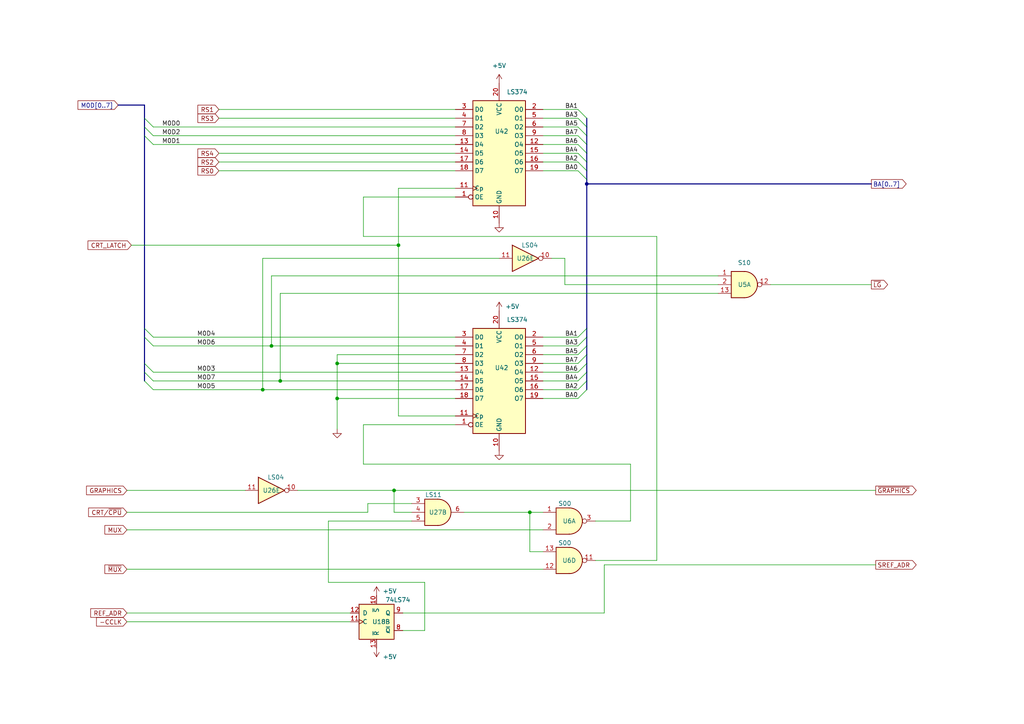
<source format=kicad_sch>
(kicad_sch (version 20230121) (generator eeschema)
  (paper "A4")
  (lib_symbols
    (symbol "74xx:74LS00" (pin_names (offset 1.016))
      (property "Reference" "U" (at 0 1.27 0))
      (property "Value" "74LS00" (at 0 -1.27 0))
      (symbol "74LS00_1_1"
        (arc (start 0 -3.81) (mid 3.7934 0) (end 0 3.81) (stroke (width 0.254)) (fill (type background)))
        (polyline (pts (xy 0 3.81) (xy -3.81 3.81) (xy -3.81 -3.81) (xy 0 -3.81)) (stroke (width 0.254)) (fill (type background)))
        (pin input line (at -7.62 2.54 0) (length 3.81) (name "~") (number "1"))
        (pin input line (at -7.62 -2.54 0) (length 3.81) (name "~") (number "2"))
        (pin output inverted (at 7.62 0 180) (length 3.81) (name "~") (number "3"))
      )
      (symbol "74LS00_1_2"
        (arc (start -3.81 -3.81) (mid -2.589 0) (end -3.81 3.81) (stroke (width 0.254)))
        (arc (start -0.6096 -3.81) (mid 2.1842 -2.5851) (end 3.81 0) (stroke (width 0.254)) (fill (type background)))
        (polyline (pts (xy -3.81 -3.81) (xy -0.635 -3.81)) (stroke (width 0.254)) (fill (type background)))
        (polyline (pts (xy -3.81 3.81) (xy -0.635 3.81)) (stroke (width 0.254)) (fill (type background)))
        (polyline (pts (xy -0.635 3.81) (xy -3.81 3.81) (xy -3.81 3.81) (xy -3.556 3.4036) (xy -3.0226 2.2606) (xy -2.6924 1.0414) (xy -2.6162 -0.254) (xy -2.7686 -1.4986) (xy -3.175 -2.7178) (xy -3.81 -3.81) (xy -3.81 -3.81) (xy -0.635 -3.81)) (stroke (width -25.4)) (fill (type background)))
        (arc (start 3.81 0) (mid 2.1915 2.5936) (end -0.6096 3.81) (stroke (width 0.254)) (fill (type background)))
        (pin input inverted (at -7.62 2.54 0) (length 4.318) (name "~") (number "1"))
        (pin input inverted (at -7.62 -2.54 0) (length 4.318) (name "~") (number "2"))
        (pin output line (at 7.62 0 180) (length 3.81) (name "~") (number "3"))
      )
      (symbol "74LS00_2_1"
        (arc (start 0 -3.81) (mid 3.7934 0) (end 0 3.81) (stroke (width 0.254)) (fill (type background)))
        (polyline (pts (xy 0 3.81) (xy -3.81 3.81) (xy -3.81 -3.81) (xy 0 -3.81)) (stroke (width 0.254)) (fill (type background)))
        (pin input line (at -7.62 2.54 0) (length 3.81) (name "~") (number "4"))
        (pin input line (at -7.62 -2.54 0) (length 3.81) (name "~") (number "5"))
        (pin output inverted (at 7.62 0 180) (length 3.81) (name "~") (number "6"))
      )
      (symbol "74LS00_2_2"
        (arc (start -3.81 -3.81) (mid -2.589 0) (end -3.81 3.81) (stroke (width 0.254)))
        (arc (start -0.6096 -3.81) (mid 2.1842 -2.5851) (end 3.81 0) (stroke (width 0.254)) (fill (type background)))
        (polyline (pts (xy -3.81 -3.81) (xy -0.635 -3.81)) (stroke (width 0.254)) (fill (type background)))
        (polyline (pts (xy -3.81 3.81) (xy -0.635 3.81)) (stroke (width 0.254)) (fill (type background)))
        (polyline (pts (xy -0.635 3.81) (xy -3.81 3.81) (xy -3.81 3.81) (xy -3.556 3.4036) (xy -3.0226 2.2606) (xy -2.6924 1.0414) (xy -2.6162 -0.254) (xy -2.7686 -1.4986) (xy -3.175 -2.7178) (xy -3.81 -3.81) (xy -3.81 -3.81) (xy -0.635 -3.81)) (stroke (width -25.4)) (fill (type background)))
        (arc (start 3.81 0) (mid 2.1915 2.5936) (end -0.6096 3.81) (stroke (width 0.254)) (fill (type background)))
        (pin input inverted (at -7.62 2.54 0) (length 4.318) (name "~") (number "4"))
        (pin input inverted (at -7.62 -2.54 0) (length 4.318) (name "~") (number "5"))
        (pin output line (at 7.62 0 180) (length 3.81) (name "~") (number "6"))
      )
      (symbol "74LS00_3_1"
        (arc (start 0 -3.81) (mid 3.7934 0) (end 0 3.81) (stroke (width 0.254)) (fill (type background)))
        (polyline (pts (xy 0 3.81) (xy -3.81 3.81) (xy -3.81 -3.81) (xy 0 -3.81)) (stroke (width 0.254)) (fill (type background)))
        (pin input line (at -7.62 -2.54 0) (length 3.81) (name "~") (number "10"))
        (pin output inverted (at 7.62 0 180) (length 3.81) (name "~") (number "8"))
        (pin input line (at -7.62 2.54 0) (length 3.81) (name "~") (number "9"))
      )
      (symbol "74LS00_3_2"
        (arc (start -3.81 -3.81) (mid -2.589 0) (end -3.81 3.81) (stroke (width 0.254)))
        (arc (start -0.6096 -3.81) (mid 2.1842 -2.5851) (end 3.81 0) (stroke (width 0.254)) (fill (type background)))
        (polyline (pts (xy -3.81 -3.81) (xy -0.635 -3.81)) (stroke (width 0.254)) (fill (type background)))
        (polyline (pts (xy -3.81 3.81) (xy -0.635 3.81)) (stroke (width 0.254)) (fill (type background)))
        (polyline (pts (xy -0.635 3.81) (xy -3.81 3.81) (xy -3.81 3.81) (xy -3.556 3.4036) (xy -3.0226 2.2606) (xy -2.6924 1.0414) (xy -2.6162 -0.254) (xy -2.7686 -1.4986) (xy -3.175 -2.7178) (xy -3.81 -3.81) (xy -3.81 -3.81) (xy -0.635 -3.81)) (stroke (width -25.4)) (fill (type background)))
        (arc (start 3.81 0) (mid 2.1915 2.5936) (end -0.6096 3.81) (stroke (width 0.254)) (fill (type background)))
        (pin input inverted (at -7.62 -2.54 0) (length 4.318) (name "~") (number "10"))
        (pin output line (at 7.62 0 180) (length 3.81) (name "~") (number "8"))
        (pin input inverted (at -7.62 2.54 0) (length 4.318) (name "~") (number "9"))
      )
      (symbol "74LS00_4_1"
        (arc (start 0 -3.81) (mid 3.7934 0) (end 0 3.81) (stroke (width 0.254)) (fill (type background)))
        (polyline (pts (xy 0 3.81) (xy -3.81 3.81) (xy -3.81 -3.81) (xy 0 -3.81)) (stroke (width 0.254)) (fill (type background)))
        (pin output inverted (at 7.62 0 180) (length 3.81) (name "~") (number "11"))
        (pin input line (at -7.62 2.54 0) (length 3.81) (name "~") (number "12"))
        (pin input line (at -7.62 -2.54 0) (length 3.81) (name "~") (number "13"))
      )
      (symbol "74LS00_4_2"
        (arc (start -3.81 -3.81) (mid -2.589 0) (end -3.81 3.81) (stroke (width 0.254)))
        (arc (start -0.6096 -3.81) (mid 2.1842 -2.5851) (end 3.81 0) (stroke (width 0.254)) (fill (type background)))
        (polyline (pts (xy -3.81 -3.81) (xy -0.635 -3.81)) (stroke (width 0.254)) (fill (type background)))
        (polyline (pts (xy -3.81 3.81) (xy -0.635 3.81)) (stroke (width 0.254)) (fill (type background)))
        (polyline (pts (xy -0.635 3.81) (xy -3.81 3.81) (xy -3.81 3.81) (xy -3.556 3.4036) (xy -3.0226 2.2606) (xy -2.6924 1.0414) (xy -2.6162 -0.254) (xy -2.7686 -1.4986) (xy -3.175 -2.7178) (xy -3.81 -3.81) (xy -3.81 -3.81) (xy -0.635 -3.81)) (stroke (width -25.4)) (fill (type background)))
        (arc (start 3.81 0) (mid 2.1915 2.5936) (end -0.6096 3.81) (stroke (width 0.254)) (fill (type background)))
        (pin output line (at 7.62 0 180) (length 3.81) (name "~") (number "11"))
        (pin input inverted (at -7.62 2.54 0) (length 4.318) (name "~") (number "12"))
        (pin input inverted (at -7.62 -2.54 0) (length 4.318) (name "~") (number "13"))
      )
      (symbol "74LS00_5_0"
        (pin power_in line (at 0 12.7 270) (length 5.08) (name "VCC") (number "14"))
        (pin power_in line (at 0 -12.7 90) (length 5.08) (name "GND") (number "7"))
      )
      (symbol "74LS00_5_1"
        (rectangle (start -5.08 7.62) (end 5.08 -7.62) (stroke (width 0.254)) (fill (type background)))
      )
    )
    (symbol "74xx:74LS04"
      (property "Reference" "U" (at 0 1.27 0))
      (property "Value" "74LS04" (at 0 -1.27 0))
      (symbol "74LS04_1_0"
        (polyline (pts (xy -3.81 3.81) (xy -3.81 -3.81) (xy 3.81 0) (xy -3.81 3.81)) (stroke (width 0.254)) (fill (type background)))
        (pin input line (at -7.62 0 0) (length 3.81) (name "~") (number "1"))
        (pin output inverted (at 7.62 0 180) (length 3.81) (name "~") (number "2"))
      )
      (symbol "74LS04_2_0"
        (polyline (pts (xy -3.81 3.81) (xy -3.81 -3.81) (xy 3.81 0) (xy -3.81 3.81)) (stroke (width 0.254)) (fill (type background)))
        (pin input line (at -7.62 0 0) (length 3.81) (name "~") (number "3"))
        (pin output inverted (at 7.62 0 180) (length 3.81) (name "~") (number "4"))
      )
      (symbol "74LS04_3_0"
        (polyline (pts (xy -3.81 3.81) (xy -3.81 -3.81) (xy 3.81 0) (xy -3.81 3.81)) (stroke (width 0.254)) (fill (type background)))
        (pin input line (at -7.62 0 0) (length 3.81) (name "~") (number "5"))
        (pin output inverted (at 7.62 0 180) (length 3.81) (name "~") (number "6"))
      )
      (symbol "74LS04_4_0"
        (polyline (pts (xy -3.81 3.81) (xy -3.81 -3.81) (xy 3.81 0) (xy -3.81 3.81)) (stroke (width 0.254)) (fill (type background)))
        (pin output inverted (at 7.62 0 180) (length 3.81) (name "~") (number "8"))
        (pin input line (at -7.62 0 0) (length 3.81) (name "~") (number "9"))
      )
      (symbol "74LS04_5_0"
        (polyline (pts (xy -3.81 3.81) (xy -3.81 -3.81) (xy 3.81 0) (xy -3.81 3.81)) (stroke (width 0.254)) (fill (type background)))
        (pin output inverted (at 7.62 0 180) (length 3.81) (name "~") (number "10"))
        (pin input line (at -7.62 0 0) (length 3.81) (name "~") (number "11"))
      )
      (symbol "74LS04_6_0"
        (polyline (pts (xy -3.81 3.81) (xy -3.81 -3.81) (xy 3.81 0) (xy -3.81 3.81)) (stroke (width 0.254)) (fill (type background)))
        (pin output inverted (at 7.62 0 180) (length 3.81) (name "~") (number "12"))
        (pin input line (at -7.62 0 0) (length 3.81) (name "~") (number "13"))
      )
      (symbol "74LS04_7_0"
        (pin power_in line (at 0 12.7 270) (length 5.08) (name "VCC") (number "14"))
        (pin power_in line (at 0 -12.7 90) (length 5.08) (name "GND") (number "7"))
      )
      (symbol "74LS04_7_1"
        (rectangle (start -5.08 7.62) (end 5.08 -7.62) (stroke (width 0.254)) (fill (type background)))
      )
    )
    (symbol "74xx:74LS10" (pin_names (offset 1.016))
      (property "Reference" "U" (at 0 1.27 0))
      (property "Value" "74LS10" (at 0 -1.27 0))
      (symbol "74LS10_1_1"
        (arc (start 0 -3.81) (mid 3.7934 0) (end 0 3.81) (stroke (width 0.254)) (fill (type background)))
        (polyline (pts (xy 0 3.81) (xy -3.81 3.81) (xy -3.81 -3.81) (xy 0 -3.81)) (stroke (width 0.254)) (fill (type background)))
        (pin input line (at -7.62 2.54 0) (length 3.81) (name "~") (number "1"))
        (pin output inverted (at 7.62 0 180) (length 3.81) (name "~") (number "12"))
        (pin input line (at -7.62 -2.54 0) (length 3.81) (name "~") (number "13"))
        (pin input line (at -7.62 0 0) (length 3.81) (name "~") (number "2"))
      )
      (symbol "74LS10_1_2"
        (arc (start -3.81 -3.81) (mid -2.589 0) (end -3.81 3.81) (stroke (width 0.254)))
        (arc (start -0.6096 -3.81) (mid 2.1842 -2.5851) (end 3.81 0) (stroke (width 0.254)) (fill (type background)))
        (polyline (pts (xy -3.81 -3.81) (xy -0.635 -3.81)) (stroke (width 0.254)) (fill (type background)))
        (polyline (pts (xy -3.81 3.81) (xy -0.635 3.81)) (stroke (width 0.254)) (fill (type background)))
        (polyline (pts (xy -0.635 3.81) (xy -3.81 3.81) (xy -3.81 3.81) (xy -3.556 3.4036) (xy -3.0226 2.2606) (xy -2.6924 1.0414) (xy -2.6162 -0.254) (xy -2.7686 -1.4986) (xy -3.175 -2.7178) (xy -3.81 -3.81) (xy -3.81 -3.81) (xy -0.635 -3.81)) (stroke (width -25.4)) (fill (type background)))
        (arc (start 3.81 0) (mid 2.1915 2.5936) (end -0.6096 3.81) (stroke (width 0.254)) (fill (type background)))
        (pin input inverted (at -7.62 2.54 0) (length 4.318) (name "~") (number "1"))
        (pin output line (at 7.62 0 180) (length 3.81) (name "~") (number "12"))
        (pin input inverted (at -7.62 -2.54 0) (length 4.318) (name "~") (number "13"))
        (pin input inverted (at -7.62 0 0) (length 4.953) (name "~") (number "2"))
      )
      (symbol "74LS10_2_1"
        (arc (start 0 -3.81) (mid 3.7934 0) (end 0 3.81) (stroke (width 0.254)) (fill (type background)))
        (polyline (pts (xy 0 3.81) (xy -3.81 3.81) (xy -3.81 -3.81) (xy 0 -3.81)) (stroke (width 0.254)) (fill (type background)))
        (pin input line (at -7.62 2.54 0) (length 3.81) (name "~") (number "3"))
        (pin input line (at -7.62 0 0) (length 3.81) (name "~") (number "4"))
        (pin input line (at -7.62 -2.54 0) (length 3.81) (name "~") (number "5"))
        (pin output inverted (at 7.62 0 180) (length 3.81) (name "~") (number "6"))
      )
      (symbol "74LS10_2_2"
        (arc (start -3.81 -3.81) (mid -2.589 0) (end -3.81 3.81) (stroke (width 0.254)))
        (arc (start -0.6096 -3.81) (mid 2.1842 -2.5851) (end 3.81 0) (stroke (width 0.254)) (fill (type background)))
        (polyline (pts (xy -3.81 -3.81) (xy -0.635 -3.81)) (stroke (width 0.254)) (fill (type background)))
        (polyline (pts (xy -3.81 3.81) (xy -0.635 3.81)) (stroke (width 0.254)) (fill (type background)))
        (polyline (pts (xy -0.635 3.81) (xy -3.81 3.81) (xy -3.81 3.81) (xy -3.556 3.4036) (xy -3.0226 2.2606) (xy -2.6924 1.0414) (xy -2.6162 -0.254) (xy -2.7686 -1.4986) (xy -3.175 -2.7178) (xy -3.81 -3.81) (xy -3.81 -3.81) (xy -0.635 -3.81)) (stroke (width -25.4)) (fill (type background)))
        (arc (start 3.81 0) (mid 2.1915 2.5936) (end -0.6096 3.81) (stroke (width 0.254)) (fill (type background)))
        (pin input inverted (at -7.62 2.54 0) (length 4.318) (name "~") (number "3"))
        (pin input inverted (at -7.62 0 0) (length 4.953) (name "~") (number "4"))
        (pin input inverted (at -7.62 -2.54 0) (length 4.318) (name "~") (number "5"))
        (pin output line (at 7.62 0 180) (length 3.81) (name "~") (number "6"))
      )
      (symbol "74LS10_3_1"
        (arc (start 0 -3.81) (mid 3.7934 0) (end 0 3.81) (stroke (width 0.254)) (fill (type background)))
        (polyline (pts (xy 0 3.81) (xy -3.81 3.81) (xy -3.81 -3.81) (xy 0 -3.81)) (stroke (width 0.254)) (fill (type background)))
        (pin input line (at -7.62 0 0) (length 3.81) (name "~") (number "10"))
        (pin input line (at -7.62 -2.54 0) (length 3.81) (name "~") (number "11"))
        (pin output inverted (at 7.62 0 180) (length 3.81) (name "~") (number "8"))
        (pin input line (at -7.62 2.54 0) (length 3.81) (name "~") (number "9"))
      )
      (symbol "74LS10_3_2"
        (arc (start -3.81 -3.81) (mid -2.589 0) (end -3.81 3.81) (stroke (width 0.254)))
        (arc (start -0.6096 -3.81) (mid 2.1842 -2.5851) (end 3.81 0) (stroke (width 0.254)) (fill (type background)))
        (polyline (pts (xy -3.81 -3.81) (xy -0.635 -3.81)) (stroke (width 0.254)) (fill (type background)))
        (polyline (pts (xy -3.81 3.81) (xy -0.635 3.81)) (stroke (width 0.254)) (fill (type background)))
        (polyline (pts (xy -0.635 3.81) (xy -3.81 3.81) (xy -3.81 3.81) (xy -3.556 3.4036) (xy -3.0226 2.2606) (xy -2.6924 1.0414) (xy -2.6162 -0.254) (xy -2.7686 -1.4986) (xy -3.175 -2.7178) (xy -3.81 -3.81) (xy -3.81 -3.81) (xy -0.635 -3.81)) (stroke (width -25.4)) (fill (type background)))
        (arc (start 3.81 0) (mid 2.1915 2.5936) (end -0.6096 3.81) (stroke (width 0.254)) (fill (type background)))
        (pin input inverted (at -7.62 0 0) (length 4.953) (name "~") (number "10"))
        (pin input inverted (at -7.62 -2.54 0) (length 4.318) (name "~") (number "11"))
        (pin output line (at 7.62 0 180) (length 3.81) (name "~") (number "8"))
        (pin input inverted (at -7.62 2.54 0) (length 4.318) (name "~") (number "9"))
      )
      (symbol "74LS10_4_0"
        (pin power_in line (at 0 12.7 270) (length 5.08) (name "VCC") (number "14"))
        (pin power_in line (at 0 -12.7 90) (length 5.08) (name "GND") (number "7"))
      )
      (symbol "74LS10_4_1"
        (rectangle (start -5.08 7.62) (end 5.08 -7.62) (stroke (width 0.254)) (fill (type background)))
      )
    )
    (symbol "74xx:74LS11" (pin_names (offset 1.016))
      (property "Reference" "U" (at 0 1.27 0))
      (property "Value" "74LS11" (at 0 -1.27 0))
      (symbol "74LS11_1_1"
        (arc (start 0 -3.81) (mid 3.7934 0) (end 0 3.81) (stroke (width 0.254)) (fill (type background)))
        (polyline (pts (xy 0 3.81) (xy -3.81 3.81) (xy -3.81 -3.81) (xy 0 -3.81)) (stroke (width 0.254)) (fill (type background)))
        (pin input line (at -7.62 2.54 0) (length 3.81) (name "~") (number "1"))
        (pin output line (at 7.62 0 180) (length 3.81) (name "~") (number "12"))
        (pin input line (at -7.62 -2.54 0) (length 3.81) (name "~") (number "13"))
        (pin input line (at -7.62 0 0) (length 3.81) (name "~") (number "2"))
      )
      (symbol "74LS11_1_2"
        (arc (start -3.81 -3.81) (mid -2.589 0) (end -3.81 3.81) (stroke (width 0.254)))
        (arc (start -0.6096 -3.81) (mid 2.1842 -2.5851) (end 3.81 0) (stroke (width 0.254)) (fill (type background)))
        (polyline (pts (xy -3.81 -3.81) (xy -0.635 -3.81)) (stroke (width 0.254)) (fill (type background)))
        (polyline (pts (xy -3.81 3.81) (xy -0.635 3.81)) (stroke (width 0.254)) (fill (type background)))
        (polyline (pts (xy -0.635 3.81) (xy -3.81 3.81) (xy -3.81 3.81) (xy -3.556 3.4036) (xy -3.0226 2.2606) (xy -2.6924 1.0414) (xy -2.6162 -0.254) (xy -2.7686 -1.4986) (xy -3.175 -2.7178) (xy -3.81 -3.81) (xy -3.81 -3.81) (xy -0.635 -3.81)) (stroke (width -25.4)) (fill (type background)))
        (arc (start 3.81 0) (mid 2.1915 2.5936) (end -0.6096 3.81) (stroke (width 0.254)) (fill (type background)))
        (pin input inverted (at -7.62 2.54 0) (length 4.318) (name "~") (number "1"))
        (pin output inverted (at 7.62 0 180) (length 3.81) (name "~") (number "12"))
        (pin input inverted (at -7.62 -2.54 0) (length 4.318) (name "~") (number "13"))
        (pin input inverted (at -7.62 0 0) (length 4.953) (name "~") (number "2"))
      )
      (symbol "74LS11_2_1"
        (arc (start 0 -3.81) (mid 3.7934 0) (end 0 3.81) (stroke (width 0.254)) (fill (type background)))
        (polyline (pts (xy 0 3.81) (xy -3.81 3.81) (xy -3.81 -3.81) (xy 0 -3.81)) (stroke (width 0.254)) (fill (type background)))
        (pin input line (at -7.62 2.54 0) (length 3.81) (name "~") (number "3"))
        (pin input line (at -7.62 0 0) (length 3.81) (name "~") (number "4"))
        (pin input line (at -7.62 -2.54 0) (length 3.81) (name "~") (number "5"))
        (pin output line (at 7.62 0 180) (length 3.81) (name "~") (number "6"))
      )
      (symbol "74LS11_2_2"
        (arc (start -3.81 -3.81) (mid -2.589 0) (end -3.81 3.81) (stroke (width 0.254)))
        (arc (start -0.6096 -3.81) (mid 2.1842 -2.5851) (end 3.81 0) (stroke (width 0.254)) (fill (type background)))
        (polyline (pts (xy -3.81 -3.81) (xy -0.635 -3.81)) (stroke (width 0.254)) (fill (type background)))
        (polyline (pts (xy -3.81 3.81) (xy -0.635 3.81)) (stroke (width 0.254)) (fill (type background)))
        (polyline (pts (xy -0.635 3.81) (xy -3.81 3.81) (xy -3.81 3.81) (xy -3.556 3.4036) (xy -3.0226 2.2606) (xy -2.6924 1.0414) (xy -2.6162 -0.254) (xy -2.7686 -1.4986) (xy -3.175 -2.7178) (xy -3.81 -3.81) (xy -3.81 -3.81) (xy -0.635 -3.81)) (stroke (width -25.4)) (fill (type background)))
        (arc (start 3.81 0) (mid 2.1915 2.5936) (end -0.6096 3.81) (stroke (width 0.254)) (fill (type background)))
        (pin input inverted (at -7.62 2.54 0) (length 4.318) (name "~") (number "3"))
        (pin input inverted (at -7.62 0 0) (length 4.953) (name "~") (number "4"))
        (pin input inverted (at -7.62 -2.54 0) (length 4.318) (name "~") (number "5"))
        (pin output inverted (at 7.62 0 180) (length 3.81) (name "~") (number "6"))
      )
      (symbol "74LS11_3_1"
        (arc (start 0 -3.81) (mid 3.7934 0) (end 0 3.81) (stroke (width 0.254)) (fill (type background)))
        (polyline (pts (xy 0 3.81) (xy -3.81 3.81) (xy -3.81 -3.81) (xy 0 -3.81)) (stroke (width 0.254)) (fill (type background)))
        (pin input line (at -7.62 0 0) (length 3.81) (name "~") (number "10"))
        (pin input line (at -7.62 -2.54 0) (length 3.81) (name "~") (number "11"))
        (pin output line (at 7.62 0 180) (length 3.81) (name "~") (number "8"))
        (pin input line (at -7.62 2.54 0) (length 3.81) (name "~") (number "9"))
      )
      (symbol "74LS11_3_2"
        (arc (start -3.81 -3.81) (mid -2.589 0) (end -3.81 3.81) (stroke (width 0.254)))
        (arc (start -0.6096 -3.81) (mid 2.1842 -2.5851) (end 3.81 0) (stroke (width 0.254)) (fill (type background)))
        (polyline (pts (xy -3.81 -3.81) (xy -0.635 -3.81)) (stroke (width 0.254)) (fill (type background)))
        (polyline (pts (xy -3.81 3.81) (xy -0.635 3.81)) (stroke (width 0.254)) (fill (type background)))
        (polyline (pts (xy -0.635 3.81) (xy -3.81 3.81) (xy -3.81 3.81) (xy -3.556 3.4036) (xy -3.0226 2.2606) (xy -2.6924 1.0414) (xy -2.6162 -0.254) (xy -2.7686 -1.4986) (xy -3.175 -2.7178) (xy -3.81 -3.81) (xy -3.81 -3.81) (xy -0.635 -3.81)) (stroke (width -25.4)) (fill (type background)))
        (arc (start 3.81 0) (mid 2.1915 2.5936) (end -0.6096 3.81) (stroke (width 0.254)) (fill (type background)))
        (pin input inverted (at -7.62 0 0) (length 4.953) (name "~") (number "10"))
        (pin input inverted (at -7.62 -2.54 0) (length 4.318) (name "~") (number "11"))
        (pin output inverted (at 7.62 0 180) (length 3.81) (name "~") (number "8"))
        (pin input inverted (at -7.62 2.54 0) (length 4.318) (name "~") (number "9"))
      )
      (symbol "74LS11_4_0"
        (pin power_in line (at 0 12.7 270) (length 5.08) (name "VCC") (number "14"))
        (pin power_in line (at 0 -12.7 90) (length 5.08) (name "GND") (number "7"))
      )
      (symbol "74LS11_4_1"
        (rectangle (start -5.08 7.62) (end 5.08 -7.62) (stroke (width 0.254)) (fill (type background)))
      )
    )
    (symbol "74xx:74LS374"
      (property "Reference" "U" (at -7.62 16.51 0))
      (property "Value" "74LS374" (at -7.62 -16.51 0))
      (symbol "74LS374_1_0"
        (pin input inverted (at -12.7 -12.7 0) (length 5.08) (name "OE") (number "1"))
        (pin power_in line (at 0 -20.32 90) (length 5.08) (name "GND") (number "10"))
        (pin input clock (at -12.7 -10.16 0) (length 5.08) (name "Cp") (number "11"))
        (pin tri_state line (at 12.7 2.54 180) (length 5.08) (name "O4") (number "12"))
        (pin input line (at -12.7 2.54 0) (length 5.08) (name "D4") (number "13"))
        (pin input line (at -12.7 0 0) (length 5.08) (name "D5") (number "14"))
        (pin tri_state line (at 12.7 0 180) (length 5.08) (name "O5") (number "15"))
        (pin tri_state line (at 12.7 -2.54 180) (length 5.08) (name "O6") (number "16"))
        (pin input line (at -12.7 -2.54 0) (length 5.08) (name "D6") (number "17"))
        (pin input line (at -12.7 -5.08 0) (length 5.08) (name "D7") (number "18"))
        (pin tri_state line (at 12.7 -5.08 180) (length 5.08) (name "O7") (number "19"))
        (pin tri_state line (at 12.7 12.7 180) (length 5.08) (name "O0") (number "2"))
        (pin power_in line (at 0 20.32 270) (length 5.08) (name "VCC") (number "20"))
        (pin input line (at -12.7 12.7 0) (length 5.08) (name "D0") (number "3"))
        (pin input line (at -12.7 10.16 0) (length 5.08) (name "D1") (number "4"))
        (pin tri_state line (at 12.7 10.16 180) (length 5.08) (name "O1") (number "5"))
        (pin tri_state line (at 12.7 7.62 180) (length 5.08) (name "O2") (number "6"))
        (pin input line (at -12.7 7.62 0) (length 5.08) (name "D2") (number "7"))
        (pin input line (at -12.7 5.08 0) (length 5.08) (name "D3") (number "8"))
        (pin tri_state line (at 12.7 5.08 180) (length 5.08) (name "O3") (number "9"))
      )
      (symbol "74LS374_1_1"
        (rectangle (start -7.62 15.24) (end 7.62 -15.24) (stroke (width 0.254)) (fill (type background)))
      )
    )
    (symbol "74xx:74LS74" (pin_names (offset 1.016))
      (property "Reference" "U" (at -7.62 8.89 0))
      (property "Value" "74LS74" (at -7.62 -8.89 0))
      (symbol "74LS74_1_0"
        (pin input line (at 0 -7.62 90) (length 2.54) (name "~{R}") (number "1"))
        (pin input line (at -7.62 2.54 0) (length 2.54) (name "D") (number "2"))
        (pin input clock (at -7.62 0 0) (length 2.54) (name "C") (number "3"))
        (pin input line (at 0 7.62 270) (length 2.54) (name "~{S}") (number "4"))
        (pin output line (at 7.62 2.54 180) (length 2.54) (name "Q") (number "5"))
        (pin output line (at 7.62 -2.54 180) (length 2.54) (name "~{Q}") (number "6"))
      )
      (symbol "74LS74_1_1"
        (rectangle (start -5.08 5.08) (end 5.08 -5.08) (stroke (width 0.254)) (fill (type background)))
      )
      (symbol "74LS74_2_0"
        (pin input line (at 0 7.62 270) (length 2.54) (name "~{S}") (number "10"))
        (pin input clock (at -7.62 0 0) (length 2.54) (name "C") (number "11"))
        (pin input line (at -7.62 2.54 0) (length 2.54) (name "D") (number "12"))
        (pin input line (at 0 -7.62 90) (length 2.54) (name "~{R}") (number "13"))
        (pin output line (at 7.62 -2.54 180) (length 2.54) (name "~{Q}") (number "8"))
        (pin output line (at 7.62 2.54 180) (length 2.54) (name "Q") (number "9"))
      )
      (symbol "74LS74_2_1"
        (rectangle (start -5.08 5.08) (end 5.08 -5.08) (stroke (width 0.254)) (fill (type background)))
      )
      (symbol "74LS74_3_0"
        (pin power_in line (at 0 10.16 270) (length 2.54) (name "VCC") (number "14"))
        (pin power_in line (at 0 -10.16 90) (length 2.54) (name "GND") (number "7"))
      )
      (symbol "74LS74_3_1"
        (rectangle (start -5.08 7.62) (end 5.08 -7.62) (stroke (width 0.254)) (fill (type background)))
      )
    )
    (symbol "power:+5V" (power) (pin_names (offset 0))
      (property "Value" "+5V" (at 0 3.556 0))
      (symbol "+5V_0_1"
        (polyline (pts (xy -0.762 1.27) (xy 0 2.54)))
        (polyline (pts (xy 0 0) (xy 0 2.54)))
        (polyline (pts (xy 0 2.54) (xy 0.762 1.27)))
      )
      (symbol "+5V_1_1"
        (pin power_in line (at 0 0 90) (length 0) hide (name "+5V") (number "1"))
      )
    )
    (symbol "power:GND" (power) (pin_names (offset 0))
      (property "Value" "GND" (at 0 -3.81 0))
      (symbol "GND_0_1"
        (polyline (pts (xy 0 0) (xy 0 -1.27) (xy 1.27 -1.27) (xy 0 -2.54) (xy -1.27 -1.27) (xy 0 -1.27)))
      )
      (symbol "GND_1_1"
        (pin power_in line (at 0 0 270) (length 0) hide (name "GND") (number "1"))
      )
    )
  )
  (junction (at 76.2 113.03))
  (junction (at 81.28 110.49))
  (junction (at 114.3 142.24))
  (junction (at 153.67 148.59))
  (junction (at 78.74 100.33))
  (junction (at 115.57 71.12))
  (junction (at 97.79 115.57))
  (junction (at 97.79 105.41))
  (junction (at 170.18 53.34))
  (bus_entry (at 41.91 107.95) (size 2.54 2.54))
  (bus_entry (at 167.64 34.29) (size 2.54 2.54))
  (bus_entry (at 167.64 46.99) (size 2.54 2.54))
  (bus_entry (at 167.64 41.91) (size 2.54 2.54))
  (bus_entry (at 167.64 113.03) (size 2.54 -2.54))
  (bus_entry (at 167.64 115.57) (size 2.54 -2.54))
  (bus_entry (at 167.64 97.79) (size 2.54 -2.54))
  (bus_entry (at 41.91 34.29) (size 2.54 2.54))
  (bus_entry (at 41.91 95.25) (size 2.54 2.54))
  (bus_entry (at 167.64 39.37) (size 2.54 2.54))
  (bus_entry (at 41.91 39.37) (size 2.54 2.54))
  (bus_entry (at 167.64 100.33) (size 2.54 -2.54))
  (bus_entry (at 167.64 107.95) (size 2.54 -2.54))
  (bus_entry (at 167.64 49.53) (size 2.54 2.54))
  (bus_entry (at 41.91 105.41) (size 2.54 2.54))
  (bus_entry (at 41.91 110.49) (size 2.54 2.54))
  (bus_entry (at 41.91 36.83) (size 2.54 2.54))
  (bus_entry (at 167.64 44.45) (size 2.54 2.54))
  (bus_entry (at 167.64 110.49) (size 2.54 -2.54))
  (bus_entry (at 167.64 36.83) (size 2.54 2.54))
  (bus_entry (at 167.64 102.87) (size 2.54 -2.54))
  (bus_entry (at 41.91 97.79) (size 2.54 2.54))
  (bus_entry (at 167.64 105.41) (size 2.54 -2.54))
  (bus_entry (at 167.64 31.75) (size 2.54 2.54))
  (wire (pts (xy 163.83 74.93) (xy 163.83 82.55)))
  (bus (pts (xy 41.91 107.95) (xy 41.91 110.49)))
  (bus (pts (xy 170.18 100.33) (xy 170.18 102.87)))
  (wire (pts (xy 132.08 102.87) (xy 97.79 102.87)))
  (wire (pts (xy 105.41 57.15) (xy 105.41 68.58)))
  (wire (pts (xy 144.78 74.93) (xy 76.2 74.93)))
  (wire (pts (xy 163.83 82.55) (xy 208.28 82.55)))
  (wire (pts (xy 157.48 102.87) (xy 167.64 102.87)))
  (wire (pts (xy 157.48 160.02) (xy 153.67 160.02)))
  (wire (pts (xy 95.25 151.13) (xy 95.25 168.91)))
  (wire (pts (xy 157.48 97.79) (xy 167.64 97.79)))
  (wire (pts (xy 175.26 177.8) (xy 175.26 163.83)))
  (bus (pts (xy 170.18 107.95) (xy 170.18 110.49)))
  (wire (pts (xy 81.28 85.09) (xy 208.28 85.09)))
  (wire (pts (xy 116.84 177.8) (xy 175.26 177.8)))
  (wire (pts (xy 119.38 151.13) (xy 95.25 151.13)))
  (wire (pts (xy 44.45 39.37) (xy 132.08 39.37)))
  (wire (pts (xy 63.5 44.45) (xy 132.08 44.45)))
  (bus (pts (xy 170.18 110.49) (xy 170.18 113.03)))
  (wire (pts (xy 157.48 39.37) (xy 167.64 39.37)))
  (wire (pts (xy 86.36 142.24) (xy 114.3 142.24)))
  (wire (pts (xy 97.79 102.87) (xy 97.79 105.41)))
  (wire (pts (xy 132.08 110.49) (xy 81.28 110.49)))
  (bus (pts (xy 170.18 53.34) (xy 252.73 53.34)))
  (wire (pts (xy 223.52 82.55) (xy 252.73 82.55)))
  (wire (pts (xy 123.19 182.88) (xy 123.19 168.91)))
  (wire (pts (xy 132.08 54.61) (xy 115.57 54.61)))
  (wire (pts (xy 36.83 153.67) (xy 157.48 153.67)))
  (bus (pts (xy 170.18 102.87) (xy 170.18 105.41)))
  (bus (pts (xy 170.18 105.41) (xy 170.18 107.95)))
  (wire (pts (xy 172.72 151.13) (xy 182.88 151.13)))
  (wire (pts (xy 63.5 31.75) (xy 132.08 31.75)))
  (bus (pts (xy 41.91 97.79) (xy 41.91 105.41)))
  (bus (pts (xy 41.91 95.25) (xy 41.91 97.79)))
  (wire (pts (xy 115.57 71.12) (xy 115.57 120.65)))
  (wire (pts (xy 36.83 165.1) (xy 157.48 165.1)))
  (bus (pts (xy 41.91 34.29) (xy 41.91 36.83)))
  (wire (pts (xy 115.57 71.12) (xy 38.1 71.12)))
  (wire (pts (xy 114.3 148.59) (xy 114.3 142.24)))
  (wire (pts (xy 115.57 54.61) (xy 115.57 71.12)))
  (wire (pts (xy 134.62 148.59) (xy 153.67 148.59)))
  (wire (pts (xy 63.5 49.53) (xy 132.08 49.53)))
  (wire (pts (xy 119.38 148.59) (xy 114.3 148.59)))
  (bus (pts (xy 41.91 36.83) (xy 41.91 39.37)))
  (wire (pts (xy 116.84 182.88) (xy 123.19 182.88)))
  (wire (pts (xy 78.74 100.33) (xy 78.74 80.01)))
  (wire (pts (xy 132.08 123.19) (xy 105.41 123.19)))
  (wire (pts (xy 36.83 177.8) (xy 101.6 177.8)))
  (wire (pts (xy 81.28 110.49) (xy 81.28 85.09)))
  (bus (pts (xy 170.18 53.34) (xy 170.18 95.25)))
  (wire (pts (xy 76.2 113.03) (xy 132.08 113.03)))
  (bus (pts (xy 170.18 95.25) (xy 170.18 97.79)))
  (wire (pts (xy 157.48 46.99) (xy 167.64 46.99)))
  (wire (pts (xy 160.02 74.93) (xy 163.83 74.93)))
  (wire (pts (xy 97.79 105.41) (xy 97.79 115.57)))
  (wire (pts (xy 157.48 34.29) (xy 167.64 34.29)))
  (wire (pts (xy 106.68 146.05) (xy 106.68 148.59)))
  (wire (pts (xy 63.5 46.99) (xy 132.08 46.99)))
  (wire (pts (xy 119.38 146.05) (xy 106.68 146.05)))
  (wire (pts (xy 44.45 107.95) (xy 132.08 107.95)))
  (wire (pts (xy 182.88 134.62) (xy 182.88 151.13)))
  (wire (pts (xy 157.48 49.53) (xy 167.64 49.53)))
  (wire (pts (xy 157.48 100.33) (xy 167.64 100.33)))
  (wire (pts (xy 97.79 105.41) (xy 132.08 105.41)))
  (bus (pts (xy 41.91 39.37) (xy 41.91 95.25)))
  (wire (pts (xy 157.48 44.45) (xy 167.64 44.45)))
  (bus (pts (xy 170.18 44.45) (xy 170.18 46.99)))
  (wire (pts (xy 76.2 74.93) (xy 76.2 113.03)))
  (wire (pts (xy 78.74 80.01) (xy 208.28 80.01)))
  (bus (pts (xy 170.18 97.79) (xy 170.18 100.33)))
  (wire (pts (xy 36.83 142.24) (xy 71.12 142.24)))
  (wire (pts (xy 105.41 68.58) (xy 190.5 68.58)))
  (wire (pts (xy 36.83 180.34) (xy 101.6 180.34)))
  (wire (pts (xy 157.48 36.83) (xy 167.64 36.83)))
  (wire (pts (xy 157.48 105.41) (xy 167.64 105.41)))
  (wire (pts (xy 44.45 97.79) (xy 132.08 97.79)))
  (wire (pts (xy 78.74 100.33) (xy 132.08 100.33)))
  (wire (pts (xy 123.19 168.91) (xy 95.25 168.91)))
  (bus (pts (xy 170.18 49.53) (xy 170.18 52.07)))
  (wire (pts (xy 132.08 57.15) (xy 105.41 57.15)))
  (wire (pts (xy 105.41 134.62) (xy 182.88 134.62)))
  (wire (pts (xy 44.45 36.83) (xy 132.08 36.83)))
  (bus (pts (xy 41.91 30.48) (xy 41.91 34.29)))
  (wire (pts (xy 157.48 41.91) (xy 167.64 41.91)))
  (wire (pts (xy 157.48 115.57) (xy 167.64 115.57)))
  (wire (pts (xy 157.48 107.95) (xy 167.64 107.95)))
  (wire (pts (xy 114.3 142.24) (xy 254 142.24)))
  (bus (pts (xy 170.18 41.91) (xy 170.18 44.45)))
  (bus (pts (xy 34.29 30.48) (xy 41.91 30.48)))
  (wire (pts (xy 157.48 110.49) (xy 167.64 110.49)))
  (wire (pts (xy 175.26 163.83) (xy 254 163.83)))
  (wire (pts (xy 97.79 115.57) (xy 97.79 124.46)))
  (wire (pts (xy 105.41 123.19) (xy 105.41 134.62)))
  (wire (pts (xy 97.79 115.57) (xy 132.08 115.57)))
  (wire (pts (xy 44.45 100.33) (xy 78.74 100.33)))
  (bus (pts (xy 170.18 52.07) (xy 170.18 53.34)))
  (wire (pts (xy 44.45 113.03) (xy 76.2 113.03)))
  (wire (pts (xy 115.57 120.65) (xy 132.08 120.65)))
  (wire (pts (xy 190.5 68.58) (xy 190.5 162.56)))
  (wire (pts (xy 36.83 148.59) (xy 106.68 148.59)))
  (wire (pts (xy 63.5 34.29) (xy 132.08 34.29)))
  (wire (pts (xy 157.48 31.75) (xy 167.64 31.75)))
  (wire (pts (xy 157.48 113.03) (xy 167.64 113.03)))
  (bus (pts (xy 41.91 105.41) (xy 41.91 107.95)))
  (wire (pts (xy 153.67 148.59) (xy 157.48 148.59)))
  (wire (pts (xy 153.67 160.02) (xy 153.67 148.59)))
  (bus (pts (xy 170.18 34.29) (xy 170.18 36.83)))
  (bus (pts (xy 170.18 39.37) (xy 170.18 41.91)))
  (bus (pts (xy 170.18 36.83) (xy 170.18 39.37)))
  (wire (pts (xy 44.45 110.49) (xy 81.28 110.49)))
  (wire (pts (xy 44.45 41.91) (xy 132.08 41.91)))
  (wire (pts (xy 172.72 162.56) (xy 190.5 162.56)))
  (bus (pts (xy 170.18 46.99) (xy 170.18 49.53)))
  (label "BA5" (at 167.64 36.83 180))
  (label "BA1" (at 167.64 31.75 180))
  (label "BA7" (at 167.64 105.41 180))
  (label "BA3" (at 167.64 34.29 180))
  (label "BA4" (at 167.64 44.45 180))
  (label "M0D1" (at 46.99 41.91 0))
  (label "M0D4" (at 57.15 97.79 0))
  (label "M0D5" (at 57.15 113.03 0))
  (label "BA7" (at 167.64 39.37 180))
  (label "M0D3" (at 57.15 107.95 0))
  (label "BA0" (at 167.64 49.53 180))
  (label "BA5" (at 167.64 102.87 180))
  (label "BA2" (at 167.64 46.99 180))
  (label "BA3" (at 167.64 100.33 180))
  (label "M0D7" (at 57.15 110.49 0))
  (label "M0D6" (at 57.15 100.33 0))
  (label "BA1" (at 167.64 97.79 180))
  (label "BA2" (at 167.64 113.03 180))
  (label "BA0" (at 167.64 115.57 180))
  (label "BA6" (at 167.64 107.95 180))
  (label "M0D0" (at 46.99 36.83 0))
  (label "BA4" (at 167.64 110.49 180))
  (label "M0D2" (at 46.99 39.37 0))
  (label "BA6" (at 167.64 41.91 180))
  (global_label "M0D[0..7]" (shape input) (at 34.29 30.48 180) (property "Intersheetrefs" "${INTERSHEET_REFS}" (at 22.0519 30.48 0) (effects (justify right))))
  (global_label "GRAPHICS" (shape input) (at 36.83 142.24 180) (property "Intersheetrefs" "${INTERSHEET_REFS}" (at 24.5314 142.24 0) (effects (justify right))))
  (global_label "SREF_ADR" (shape output) (at 254 163.83 0) (property "Intersheetrefs" "${INTERSHEET_REFS}" (at 266.2985 163.83 0) (effects (justify left))))
  (global_label "RS0" (shape input) (at 63.5 49.53 180) (property "Intersheetrefs" "${INTERSHEET_REFS}" (at 56.8258 49.53 0) (effects (justify right))))
  (global_label "RS2" (shape input) (at 63.5 46.99 180) (property "Intersheetrefs" "${INTERSHEET_REFS}" (at 56.8258 46.99 0) (effects (justify right))))
  (global_label "REF_ADR" (shape input) (at 36.83 177.8 180) (property "Intersheetrefs" "${INTERSHEET_REFS}" (at 25.741 177.8 0) (effects (justify right))))
  (global_label "~{LG}" (shape output) (at 252.73 82.55 0) (property "Intersheetrefs" "${INTERSHEET_REFS}" (at 258.0133 82.55 0) (effects (justify left))))
  (global_label "MUX" (shape input) (at 36.83 153.67 180) (property "Intersheetrefs" "${INTERSHEET_REFS}" (at 29.8534 153.67 0) (effects (justify right))))
  (global_label "~{MUX}" (shape input) (at 36.83 165.1 180) (property "Intersheetrefs" "${INTERSHEET_REFS}" (at 29.8534 165.1 0) (effects (justify right))))
  (global_label "CRT_LATCH" (shape input) (at 38.1 71.12 180) (property "Intersheetrefs" "${INTERSHEET_REFS}" (at 24.9548 71.12 0) (effects (justify right))))
  (global_label "CRT{slash}~{CPU}" (shape input) (at 36.83 148.59 180) (property "Intersheetrefs" "${INTERSHEET_REFS}" (at 25.1362 148.59 0) (effects (justify right))))
  (global_label "RS4" (shape input) (at 63.5 44.45 180) (property "Intersheetrefs" "${INTERSHEET_REFS}" (at 56.8258 44.45 0) (effects (justify right))))
  (global_label "-CCLK" (shape input) (at 36.83 180.34 180) (property "Intersheetrefs" "${INTERSHEET_REFS}" (at 27.4343 180.34 0) (effects (justify right))))
  (global_label "RS1" (shape input) (at 63.5 31.75 180) (property "Intersheetrefs" "${INTERSHEET_REFS}" (at 56.8258 31.75 0) (effects (justify right))))
  (global_label "BA[0..7]" (shape output) (at 252.73 53.34 0) (property "Intersheetrefs" "${INTERSHEET_REFS}" (at 263.3958 53.34 0) (effects (justify left))))
  (global_label "~{GRAPHICS}" (shape output) (at 254 142.24 0) (property "Intersheetrefs" "${INTERSHEET_REFS}" (at 266.2986 142.24 0) (effects (justify left))))
  (global_label "RS3" (shape input) (at 63.5 34.29 180) (property "Intersheetrefs" "${INTERSHEET_REFS}" (at 56.8258 34.29 0) (effects (justify right))))
  (symbol (lib_id "74xx:74LS00") (at 165.1 151.13 0) (unit 1)
    (property "Reference" "U6" (at 165.1 151.13 0))
    (property "Value" "S00" (at 163.83 146.05 0))
    (property "Footprint" "EGACard:DIP254P762X635-14" (effects hide))
    (property "Datasheet" "http://www.ti.com/lit/gpn/sn74ls00" (effects hide))
  )
  (symbol (lib_id "power:GND") (at 97.79 124.46 0) (unit 1)
    (property "Reference" "#PWR067" (effects hide))
    (property "Value" "GND" (effects hide))
  )
  (symbol (lib_id "74xx:74LS10") (at 215.9 82.55 0) (unit 1)
    (property "Reference" "U5" (at 215.9 82.55 0))
    (property "Value" "S10" (at 215.8917 76.2 0))
    (property "Footprint" "EGACard:DIP254P762X635-14" (effects hide))
    (property "Datasheet" "http://www.ti.com/lit/gpn/sn74LS10" (effects hide))
  )
  (symbol (lib_id "74xx:74LS374") (at 144.78 110.49 0) (unit 1)
    (property "Reference" "U42" (at 143.51 106.68 0) (effects (justify left)))
    (property "Value" "LS374" (at 146.9741 92.71 0) (effects (justify left)))
    (property "Footprint" "EGACard:DIP254P762X635-20" (effects hide))
    (property "Datasheet" "http://www.ti.com/lit/gpn/sn74LS374" (effects hide))
    (instances (project "EGACard" (path "" (reference "U42") (unit 1)) (path "" (reference "U3") (unit 1))))
  )
  (symbol (lib_id "74xx:74LS00") (at 165.1 162.56 0) (mirror x) (unit 4)
    (property "Reference" "U6" (at 165.1 162.56 0))
    (property "Value" "S00" (at 163.83 157.48 0))
    (property "Footprint" "EGACard:DIP254P762X635-14" (effects hide))
    (property "Datasheet" "http://www.ti.com/lit/gpn/sn74ls00" (effects hide))
  )
  (symbol (lib_id "power:GND") (at 144.78 64.77 0) (unit 1)
    (property "Reference" "#PWR063" (effects hide))
    (property "Value" "GND" (effects hide))
  )
  (symbol (lib_id "74xx:74LS04") (at 152.4 74.93 0) (unit 5)
    (property "Reference" "U26" (at 152.4 74.93 0))
    (property "Value" "LS04" (at 153.67 71.12 0))
    (property "Footprint" "EGACard:DIP254P762X635-14" (effects hide))
    (property "Datasheet" "http://www.ti.com/lit/gpn/sn74LS04" (effects hide))
    (instances (project "EGACard" (path "" (reference "U26") (unit 5)) (path "" (reference "U47") (unit 4)) (path "" (reference "U26") (unit 6))))
  )
  (symbol (lib_id "power:+5V") (at 144.78 90.17 0) (unit 1)
    (property "Reference" "#PWR065" (effects hide))
    (property "Value" "+5V" (at 148.59 88.9 0))
  )
  (symbol (lib_id "74xx:74LS04") (at 78.74 142.24 0) (unit 5)
    (property "Reference" "U26" (at 78.74 142.24 0))
    (property "Value" "LS04" (at 80.01 138.43 0))
    (property "Footprint" "EGACard:DIP254P762X635-14" (effects hide))
    (property "Datasheet" "http://www.ti.com/lit/gpn/sn74LS04" (effects hide))
    (instances (project "EGACard" (path "" (reference "U26") (unit 5)) (path "" (reference "U47") (unit 4)) (path "" (reference "U26") (unit 2))))
  )
  (symbol (lib_id "74xx:74LS374") (at 144.78 44.45 0) (unit 1)
    (property "Reference" "U42" (at 143.51 38.1 0) (effects (justify left)))
    (property "Value" "LS374" (at 146.9741 26.67 0) (effects (justify left)))
    (property "Footprint" "EGACard:DIP254P762X635-20" (effects hide))
    (property "Datasheet" "http://www.ti.com/lit/gpn/sn74LS374" (effects hide))
    (instances (project "EGACard" (path "" (reference "U42") (unit 1)) (path "" (reference "U12") (unit 1))))
  )
  (symbol (lib_id "power:+5V") (at 144.78 24.13 0) (unit 1)
    (property "Reference" "#PWR064" (effects hide))
    (property "Value" "+5V" (at 144.78 19.05 0))
  )
  (symbol (lib_id "power:GND") (at 144.78 130.81 0) (unit 1)
    (property "Reference" "#PWR066" (effects hide))
    (property "Value" "GND" (effects hide))
  )
  (symbol (lib_id "power:+5V") (at 109.22 172.72 0) (unit 1)
    (property "Reference" "#PWR068" (effects hide))
    (property "Value" "+5V" (at 113.03 171.45 0))
  )
  (symbol (lib_id "74xx:74LS74") (at 109.22 180.34 0) (unit 2)
    (property "Reference" "U18" (at 107.95 180.34 0) (effects (justify left)))
    (property "Value" "74LS74" (at 111.76 173.99 0) (effects (justify left)))
    (property "Footprint" "EGACard:DIP254P762X635-14" (effects hide))
    (property "Datasheet" "74xx/74hc_hct74.pdf" (effects hide))
  )
  (symbol (lib_id "74xx:74LS11") (at 127 148.59 0) (unit 2)
    (property "Reference" "U27" (at 127 148.59 0))
    (property "Value" "LS11" (at 125.73 143.51 0))
    (property "Footprint" "EGACard:DIP254P762X635-14" (effects hide))
    (property "Datasheet" "http://www.ti.com/lit/gpn/sn74LS11" (effects hide))
    (instances (project "EGACard" (path "" (reference "U27") (unit 2)) (path "" (reference "U27") (unit 1))))
  )
  (symbol (lib_id "power:+5V") (at 109.22 187.96 180) (unit 1)
    (property "Reference" "#PWR069" (effects hide))
    (property "Value" "+5V" (at 113.03 190.5 0))
  )
)
</source>
